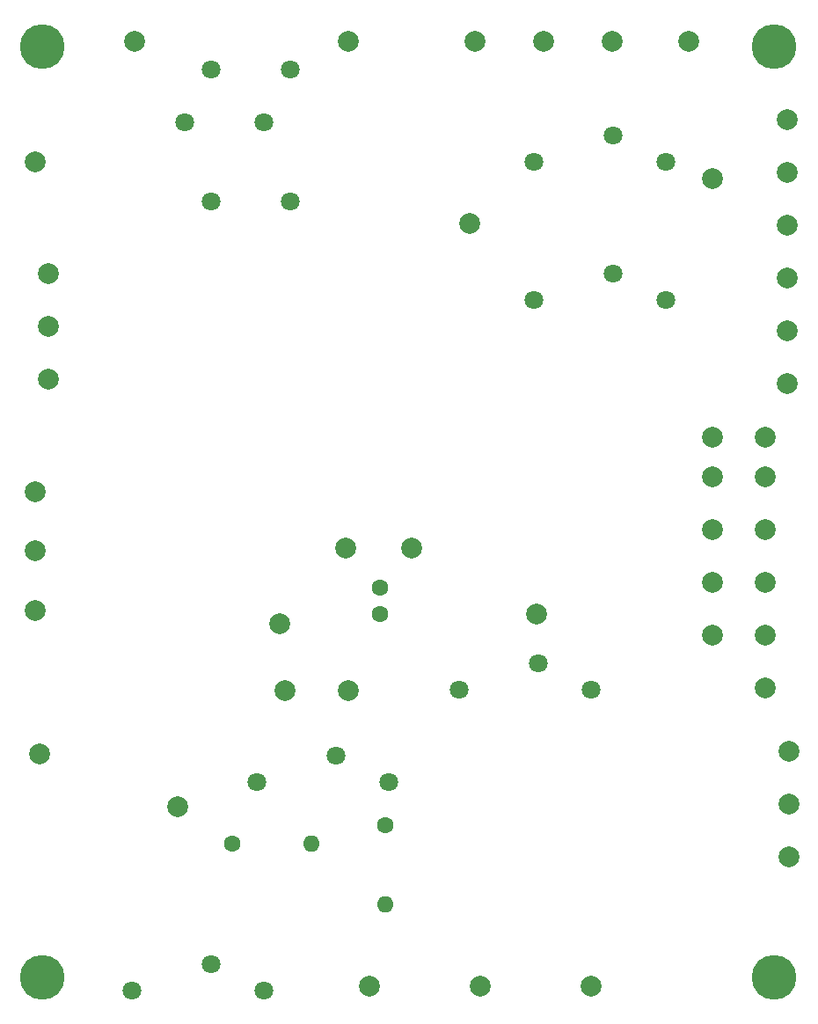
<source format=gbr>
%TF.GenerationSoftware,KiCad,Pcbnew,7.0.9-7.0.9~ubuntu23.04.1*%
%TF.CreationDate,2024-01-02T14:37:14+01:00*%
%TF.ProjectId,vco_1,76636f5f-312e-46b6-9963-61645f706362,rev?*%
%TF.SameCoordinates,Original*%
%TF.FileFunction,Soldermask,Bot*%
%TF.FilePolarity,Negative*%
%FSLAX46Y46*%
G04 Gerber Fmt 4.6, Leading zero omitted, Abs format (unit mm)*
G04 Created by KiCad (PCBNEW 7.0.9-7.0.9~ubuntu23.04.1) date 2024-01-02 14:37:14*
%MOMM*%
%LPD*%
G01*
G04 APERTURE LIST*
%ADD10C,2.000000*%
%ADD11C,4.300000*%
%ADD12C,1.600000*%
%ADD13O,1.600000X1.600000*%
%ADD14C,1.800000*%
G04 APERTURE END LIST*
D10*
%TO.C,TP7*%
X67564000Y-109347000D03*
%TD*%
%TO.C,SW2*%
X107696000Y-84963000D03*
X107696000Y-88773000D03*
X107696000Y-93853000D03*
X107696000Y-98933000D03*
X107696000Y-104013000D03*
X107696000Y-109093000D03*
X102616000Y-84963000D03*
X102616000Y-88773000D03*
X102616000Y-93853000D03*
X102616000Y-98933000D03*
X102616000Y-104013000D03*
%TD*%
%TO.C,J10*%
X37465000Y-101600000D03*
%TD*%
D11*
%TO.C,REF\u002A\u002A*%
X38100000Y-47371000D03*
%TD*%
D12*
%TO.C,TH1*%
X71120000Y-122301000D03*
D13*
X71120000Y-129921000D03*
%TD*%
D10*
%TO.C,TP9*%
X86360000Y-46863000D03*
%TD*%
%TO.C,TP4*%
X51181000Y-120520000D03*
%TD*%
D11*
%TO.C,REF\u002A\u002A*%
X108585000Y-47371000D03*
%TD*%
D10*
%TO.C,TP11*%
X73660000Y-95631000D03*
%TD*%
%TO.C,J2*%
X109855000Y-79756000D03*
X109855000Y-74676000D03*
X109855000Y-69596000D03*
%TD*%
%TO.C,J6*%
X79756000Y-46863000D03*
%TD*%
%TO.C,TP10*%
X67310000Y-95631000D03*
%TD*%
%TO.C,RV2*%
X109982000Y-125349000D03*
X109982000Y-120269000D03*
X109982000Y-115189000D03*
%TD*%
%TO.C,J3*%
X90932000Y-137795000D03*
%TD*%
%TO.C,TP1*%
X102616000Y-60071000D03*
%TD*%
%TO.C,J4*%
X80264000Y-137795000D03*
%TD*%
%TO.C,J1*%
X109855000Y-64516000D03*
X109855000Y-59436000D03*
X109855000Y-54356000D03*
%TD*%
%TO.C,TP6*%
X61468000Y-109347000D03*
%TD*%
%TO.C,J9*%
X37465000Y-90170000D03*
%TD*%
D12*
%TO.C,C13*%
X70612000Y-101961000D03*
X70612000Y-99461000D03*
%TD*%
D10*
%TO.C,TP3*%
X100330000Y-46863000D03*
%TD*%
%TO.C,J7*%
X46990000Y-46863000D03*
%TD*%
%TO.C,TP13*%
X37465000Y-95885000D03*
%TD*%
%TO.C,J5*%
X69596000Y-137795000D03*
%TD*%
%TO.C,TP5*%
X37846000Y-115440000D03*
%TD*%
D12*
%TO.C,R32*%
X56388000Y-124079000D03*
D13*
X64008000Y-124079000D03*
%TD*%
D10*
%TO.C,TP14*%
X60960000Y-102870000D03*
%TD*%
%TO.C,TP2*%
X92964000Y-46863000D03*
%TD*%
%TO.C,TP8*%
X79248000Y-64389000D03*
%TD*%
%TO.C,J8*%
X37465000Y-58420000D03*
%TD*%
%TO.C,TP12*%
X67564000Y-46863000D03*
%TD*%
D11*
%TO.C,REF\u002A\u002A*%
X108585000Y-136906000D03*
%TD*%
%TO.C,REF\u002A\u002A*%
X38100000Y-136906000D03*
%TD*%
D10*
%TO.C,RV10*%
X38735000Y-79375000D03*
X38735000Y-74295000D03*
X38735000Y-69215000D03*
%TD*%
%TO.C,J11*%
X85725000Y-101981000D03*
%TD*%
D14*
%TO.C,RV6*%
X85471000Y-58420000D03*
X93091000Y-55880000D03*
X98171000Y-58420000D03*
%TD*%
%TO.C,RV7*%
X85471000Y-71755000D03*
X93091000Y-69215000D03*
X98171000Y-71755000D03*
%TD*%
%TO.C,RV4*%
X58801000Y-118110000D03*
X66421000Y-115570000D03*
X71501000Y-118110000D03*
%TD*%
%TO.C,RV9*%
X61981000Y-62230000D03*
X59441000Y-54610000D03*
X61981000Y-49530000D03*
%TD*%
%TO.C,RV3*%
X46736000Y-138176000D03*
X54356000Y-135636000D03*
X59436000Y-138176000D03*
%TD*%
%TO.C,RV8*%
X54356000Y-62230000D03*
X51816000Y-54610000D03*
X54356000Y-49530000D03*
%TD*%
%TO.C,RV5*%
X78246000Y-109225000D03*
X85866000Y-106685000D03*
X90946000Y-109225000D03*
%TD*%
M02*

</source>
